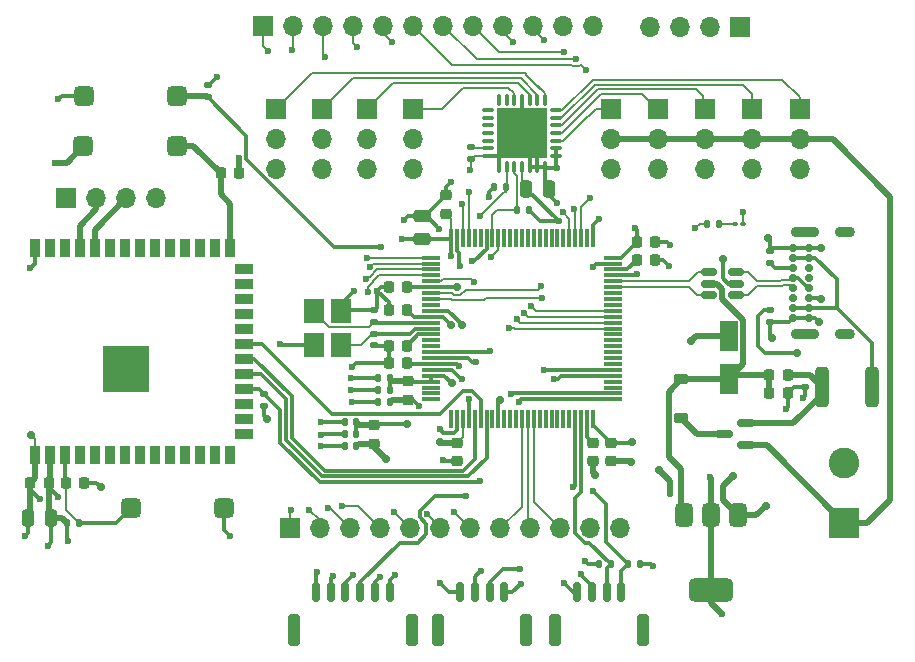
<source format=gtl>
G04 #@! TF.GenerationSoftware,KiCad,Pcbnew,8.0.4*
G04 #@! TF.CreationDate,2024-09-23T19:03:46-05:00*
G04 #@! TF.ProjectId,STM32_board,53544d33-325f-4626-9f61-72642e6b6963,rev?*
G04 #@! TF.SameCoordinates,Original*
G04 #@! TF.FileFunction,Copper,L1,Top*
G04 #@! TF.FilePolarity,Positive*
%FSLAX46Y46*%
G04 Gerber Fmt 4.6, Leading zero omitted, Abs format (unit mm)*
G04 Created by KiCad (PCBNEW 8.0.4) date 2024-09-23 19:03:46*
%MOMM*%
%LPD*%
G01*
G04 APERTURE LIST*
G04 Aperture macros list*
%AMRoundRect*
0 Rectangle with rounded corners*
0 $1 Rounding radius*
0 $2 $3 $4 $5 $6 $7 $8 $9 X,Y pos of 4 corners*
0 Add a 4 corners polygon primitive as box body*
4,1,4,$2,$3,$4,$5,$6,$7,$8,$9,$2,$3,0*
0 Add four circle primitives for the rounded corners*
1,1,$1+$1,$2,$3*
1,1,$1+$1,$4,$5*
1,1,$1+$1,$6,$7*
1,1,$1+$1,$8,$9*
0 Add four rect primitives between the rounded corners*
20,1,$1+$1,$2,$3,$4,$5,0*
20,1,$1+$1,$4,$5,$6,$7,0*
20,1,$1+$1,$6,$7,$8,$9,0*
20,1,$1+$1,$8,$9,$2,$3,0*%
G04 Aperture macros list end*
G04 #@! TA.AperFunction,SMDPad,CuDef*
%ADD10RoundRect,0.225000X0.225000X0.250000X-0.225000X0.250000X-0.225000X-0.250000X0.225000X-0.250000X0*%
G04 #@! TD*
G04 #@! TA.AperFunction,SMDPad,CuDef*
%ADD11RoundRect,0.140000X-0.170000X0.140000X-0.170000X-0.140000X0.170000X-0.140000X0.170000X0.140000X0*%
G04 #@! TD*
G04 #@! TA.AperFunction,SMDPad,CuDef*
%ADD12RoundRect,0.140000X-0.140000X-0.170000X0.140000X-0.170000X0.140000X0.170000X-0.140000X0.170000X0*%
G04 #@! TD*
G04 #@! TA.AperFunction,SMDPad,CuDef*
%ADD13RoundRect,0.425000X-0.425000X-0.425000X0.425000X-0.425000X0.425000X0.425000X-0.425000X0.425000X0*%
G04 #@! TD*
G04 #@! TA.AperFunction,SMDPad,CuDef*
%ADD14RoundRect,0.075000X0.437500X0.075000X-0.437500X0.075000X-0.437500X-0.075000X0.437500X-0.075000X0*%
G04 #@! TD*
G04 #@! TA.AperFunction,SMDPad,CuDef*
%ADD15RoundRect,0.075000X0.075000X0.437500X-0.075000X0.437500X-0.075000X-0.437500X0.075000X-0.437500X0*%
G04 #@! TD*
G04 #@! TA.AperFunction,HeatsinkPad*
%ADD16R,4.250000X4.250000*%
G04 #@! TD*
G04 #@! TA.AperFunction,SMDPad,CuDef*
%ADD17RoundRect,0.135000X-0.135000X-0.185000X0.135000X-0.185000X0.135000X0.185000X-0.135000X0.185000X0*%
G04 #@! TD*
G04 #@! TA.AperFunction,ComponentPad*
%ADD18R,1.700000X1.700000*%
G04 #@! TD*
G04 #@! TA.AperFunction,ComponentPad*
%ADD19O,1.700000X1.700000*%
G04 #@! TD*
G04 #@! TA.AperFunction,SMDPad,CuDef*
%ADD20RoundRect,0.218750X-0.218750X-0.256250X0.218750X-0.256250X0.218750X0.256250X-0.218750X0.256250X0*%
G04 #@! TD*
G04 #@! TA.AperFunction,SMDPad,CuDef*
%ADD21RoundRect,0.250000X0.250000X0.475000X-0.250000X0.475000X-0.250000X-0.475000X0.250000X-0.475000X0*%
G04 #@! TD*
G04 #@! TA.AperFunction,SMDPad,CuDef*
%ADD22RoundRect,0.225000X-0.250000X0.225000X-0.250000X-0.225000X0.250000X-0.225000X0.250000X0.225000X0*%
G04 #@! TD*
G04 #@! TA.AperFunction,SMDPad,CuDef*
%ADD23RoundRect,0.225000X-0.225000X-0.250000X0.225000X-0.250000X0.225000X0.250000X-0.225000X0.250000X0*%
G04 #@! TD*
G04 #@! TA.AperFunction,SMDPad,CuDef*
%ADD24RoundRect,0.150000X-0.150000X-0.700000X0.150000X-0.700000X0.150000X0.700000X-0.150000X0.700000X0*%
G04 #@! TD*
G04 #@! TA.AperFunction,SMDPad,CuDef*
%ADD25RoundRect,0.250000X-0.250000X-1.100000X0.250000X-1.100000X0.250000X1.100000X-0.250000X1.100000X0*%
G04 #@! TD*
G04 #@! TA.AperFunction,SMDPad,CuDef*
%ADD26RoundRect,0.150000X0.587500X0.150000X-0.587500X0.150000X-0.587500X-0.150000X0.587500X-0.150000X0*%
G04 #@! TD*
G04 #@! TA.AperFunction,SMDPad,CuDef*
%ADD27RoundRect,0.135000X0.135000X0.185000X-0.135000X0.185000X-0.135000X-0.185000X0.135000X-0.185000X0*%
G04 #@! TD*
G04 #@! TA.AperFunction,SMDPad,CuDef*
%ADD28R,1.800000X2.100000*%
G04 #@! TD*
G04 #@! TA.AperFunction,SMDPad,CuDef*
%ADD29RoundRect,0.140000X0.140000X0.170000X-0.140000X0.170000X-0.140000X-0.170000X0.140000X-0.170000X0*%
G04 #@! TD*
G04 #@! TA.AperFunction,SMDPad,CuDef*
%ADD30RoundRect,0.225000X-0.375000X0.225000X-0.375000X-0.225000X0.375000X-0.225000X0.375000X0.225000X0*%
G04 #@! TD*
G04 #@! TA.AperFunction,SMDPad,CuDef*
%ADD31RoundRect,0.135000X-0.185000X0.135000X-0.185000X-0.135000X0.185000X-0.135000X0.185000X0.135000X0*%
G04 #@! TD*
G04 #@! TA.AperFunction,SMDPad,CuDef*
%ADD32RoundRect,0.250000X-0.312500X-1.450000X0.312500X-1.450000X0.312500X1.450000X-0.312500X1.450000X0*%
G04 #@! TD*
G04 #@! TA.AperFunction,SMDPad,CuDef*
%ADD33RoundRect,0.150000X0.512500X0.150000X-0.512500X0.150000X-0.512500X-0.150000X0.512500X-0.150000X0*%
G04 #@! TD*
G04 #@! TA.AperFunction,SMDPad,CuDef*
%ADD34RoundRect,0.218750X-0.256250X0.218750X-0.256250X-0.218750X0.256250X-0.218750X0.256250X0.218750X0*%
G04 #@! TD*
G04 #@! TA.AperFunction,ComponentPad*
%ADD35R,2.600000X2.600000*%
G04 #@! TD*
G04 #@! TA.AperFunction,ComponentPad*
%ADD36C,2.600000*%
G04 #@! TD*
G04 #@! TA.AperFunction,SMDPad,CuDef*
%ADD37RoundRect,0.100000X0.130000X0.100000X-0.130000X0.100000X-0.130000X-0.100000X0.130000X-0.100000X0*%
G04 #@! TD*
G04 #@! TA.AperFunction,SMDPad,CuDef*
%ADD38RoundRect,0.425000X0.425000X0.425000X-0.425000X0.425000X-0.425000X-0.425000X0.425000X-0.425000X0*%
G04 #@! TD*
G04 #@! TA.AperFunction,SMDPad,CuDef*
%ADD39RoundRect,0.250000X0.550000X-1.050000X0.550000X1.050000X-0.550000X1.050000X-0.550000X-1.050000X0*%
G04 #@! TD*
G04 #@! TA.AperFunction,SMDPad,CuDef*
%ADD40RoundRect,0.140000X0.170000X-0.140000X0.170000X0.140000X-0.170000X0.140000X-0.170000X-0.140000X0*%
G04 #@! TD*
G04 #@! TA.AperFunction,SMDPad,CuDef*
%ADD41RoundRect,0.135000X0.185000X-0.135000X0.185000X0.135000X-0.185000X0.135000X-0.185000X-0.135000X0*%
G04 #@! TD*
G04 #@! TA.AperFunction,SMDPad,CuDef*
%ADD42RoundRect,0.075000X-0.725000X-0.075000X0.725000X-0.075000X0.725000X0.075000X-0.725000X0.075000X0*%
G04 #@! TD*
G04 #@! TA.AperFunction,SMDPad,CuDef*
%ADD43RoundRect,0.075000X-0.075000X-0.725000X0.075000X-0.725000X0.075000X0.725000X-0.075000X0.725000X0*%
G04 #@! TD*
G04 #@! TA.AperFunction,SMDPad,CuDef*
%ADD44RoundRect,0.250000X0.475000X-0.250000X0.475000X0.250000X-0.475000X0.250000X-0.475000X-0.250000X0*%
G04 #@! TD*
G04 #@! TA.AperFunction,SMDPad,CuDef*
%ADD45RoundRect,0.375000X-0.375000X0.625000X-0.375000X-0.625000X0.375000X-0.625000X0.375000X0.625000X0*%
G04 #@! TD*
G04 #@! TA.AperFunction,SMDPad,CuDef*
%ADD46RoundRect,0.500000X-1.400000X0.500000X-1.400000X-0.500000X1.400000X-0.500000X1.400000X0.500000X0*%
G04 #@! TD*
G04 #@! TA.AperFunction,SMDPad,CuDef*
%ADD47RoundRect,0.250000X-0.250000X-0.475000X0.250000X-0.475000X0.250000X0.475000X-0.250000X0.475000X0*%
G04 #@! TD*
G04 #@! TA.AperFunction,HeatsinkPad*
%ADD48C,0.600000*%
G04 #@! TD*
G04 #@! TA.AperFunction,SMDPad,CuDef*
%ADD49R,3.900000X3.900000*%
G04 #@! TD*
G04 #@! TA.AperFunction,SMDPad,CuDef*
%ADD50R,0.900000X1.500000*%
G04 #@! TD*
G04 #@! TA.AperFunction,SMDPad,CuDef*
%ADD51R,1.500000X0.900000*%
G04 #@! TD*
G04 #@! TA.AperFunction,SMDPad,CuDef*
%ADD52RoundRect,0.225000X0.250000X-0.225000X0.250000X0.225000X-0.250000X0.225000X-0.250000X-0.225000X0*%
G04 #@! TD*
G04 #@! TA.AperFunction,ComponentPad*
%ADD53O,2.400000X0.900000*%
G04 #@! TD*
G04 #@! TA.AperFunction,ComponentPad*
%ADD54O,1.700000X0.900000*%
G04 #@! TD*
G04 #@! TA.AperFunction,ComponentPad*
%ADD55C,0.700000*%
G04 #@! TD*
G04 #@! TA.AperFunction,ViaPad*
%ADD56C,0.600000*%
G04 #@! TD*
G04 #@! TA.AperFunction,ViaPad*
%ADD57C,0.700000*%
G04 #@! TD*
G04 #@! TA.AperFunction,Conductor*
%ADD58C,0.200000*%
G04 #@! TD*
G04 #@! TA.AperFunction,Conductor*
%ADD59C,0.300000*%
G04 #@! TD*
G04 #@! TA.AperFunction,Conductor*
%ADD60C,0.500000*%
G04 #@! TD*
G04 APERTURE END LIST*
D10*
X109435000Y-111600000D03*
X107885000Y-111600000D03*
D11*
X173500000Y-102520000D03*
X173500000Y-103480000D03*
D12*
X165520000Y-112500000D03*
X166480000Y-112500000D03*
D13*
X120325000Y-78850000D03*
X112425000Y-78850000D03*
D14*
X152337500Y-83950000D03*
X152337500Y-83300000D03*
X152337500Y-82650000D03*
X152337500Y-82000000D03*
X152337500Y-81350000D03*
X152337500Y-80700000D03*
X152337500Y-80050000D03*
D15*
X151450000Y-79162500D03*
X150800000Y-79162500D03*
X150150000Y-79162500D03*
X149500000Y-79162500D03*
X148850000Y-79162500D03*
X148200000Y-79162500D03*
X147550000Y-79162500D03*
D14*
X146662500Y-80050000D03*
X146662500Y-80700000D03*
X146662500Y-81350000D03*
X146662500Y-82000000D03*
X146662500Y-82650000D03*
X146662500Y-83300000D03*
X146662500Y-83950000D03*
D15*
X147550000Y-84837500D03*
X148200000Y-84837500D03*
X148850000Y-84837500D03*
X149500000Y-84837500D03*
X150150000Y-84837500D03*
X150800000Y-84837500D03*
X151450000Y-84837500D03*
D16*
X149500000Y-82000000D03*
D17*
X147152500Y-86550000D03*
X148172500Y-86550000D03*
D18*
X128700000Y-79975000D03*
D19*
X128700000Y-82515000D03*
X128700000Y-85055000D03*
D20*
X170437500Y-102500000D03*
X172012500Y-102500000D03*
D21*
X109610000Y-114600000D03*
X107710000Y-114600000D03*
D22*
X155500000Y-108225000D03*
X155500000Y-109775000D03*
D10*
X139775000Y-97000000D03*
X138225000Y-97000000D03*
D23*
X123975000Y-85425000D03*
X125525000Y-85425000D03*
D18*
X161000000Y-80000000D03*
D19*
X161000000Y-82540000D03*
X161000000Y-85080000D03*
D24*
X132050000Y-120900000D03*
X133300000Y-120900000D03*
X134550000Y-120900000D03*
X135800000Y-120900000D03*
X137050000Y-120900000D03*
X138300000Y-120900000D03*
D25*
X130200000Y-124100000D03*
X140150000Y-124100000D03*
D26*
X168437500Y-108450000D03*
X168437500Y-106550000D03*
X166562500Y-107500000D03*
D18*
X127585000Y-72900000D03*
D19*
X130125000Y-72900000D03*
X132665000Y-72900000D03*
X135205000Y-72900000D03*
X137745000Y-72900000D03*
X140285000Y-72900000D03*
X142825000Y-72900000D03*
X145365000Y-72900000D03*
X147905000Y-72900000D03*
X150445000Y-72900000D03*
X152985000Y-72900000D03*
X155525000Y-72900000D03*
D27*
X159510000Y-118500000D03*
X158490000Y-118500000D03*
D28*
X131850000Y-97050000D03*
X131850000Y-99950000D03*
X134150000Y-99950000D03*
X134150000Y-97050000D03*
D29*
X138305000Y-103775000D03*
X137345000Y-103775000D03*
D10*
X139775000Y-101500000D03*
X138225000Y-101500000D03*
D11*
X137000000Y-99020000D03*
X137000000Y-99980000D03*
D29*
X138311250Y-102781250D03*
X137351250Y-102781250D03*
D18*
X129890000Y-115475000D03*
D19*
X132430000Y-115475000D03*
X134970000Y-115475000D03*
X137510000Y-115475000D03*
X140050000Y-115475000D03*
X142590000Y-115475000D03*
X145130000Y-115475000D03*
X147670000Y-115475000D03*
X150210000Y-115475000D03*
X152750000Y-115475000D03*
X155290000Y-115475000D03*
X157830000Y-115475000D03*
D30*
X163000000Y-102850000D03*
X163000000Y-106150000D03*
D17*
X165190000Y-89675000D03*
X166210000Y-89675000D03*
D18*
X110920000Y-87500000D03*
D19*
X113460000Y-87500000D03*
X116000000Y-87500000D03*
X118540000Y-87500000D03*
D31*
X170500000Y-91990000D03*
X170500000Y-93010000D03*
D32*
X174862500Y-103500000D03*
X179137500Y-103500000D03*
D31*
X122900000Y-77965000D03*
X122900000Y-78985000D03*
D18*
X165000000Y-80000000D03*
D19*
X165000000Y-82540000D03*
X165000000Y-85080000D03*
D29*
X135480000Y-106500000D03*
X134520000Y-106500000D03*
D33*
X167637500Y-95700000D03*
X167637500Y-94750000D03*
X167637500Y-93800000D03*
X165362500Y-93800000D03*
X165362500Y-94750000D03*
X165362500Y-95700000D03*
D29*
X162980000Y-112500000D03*
X162020000Y-112500000D03*
D34*
X139831250Y-102993750D03*
X139831250Y-104568750D03*
D10*
X139775000Y-95000000D03*
X138225000Y-95000000D03*
D18*
X140275000Y-79970000D03*
D19*
X140275000Y-82510000D03*
X140275000Y-85050000D03*
D35*
X176805000Y-115000000D03*
D36*
X176805000Y-109920000D03*
D29*
X138311250Y-104781250D03*
X137351250Y-104781250D03*
D22*
X144000000Y-108225000D03*
X144000000Y-109775000D03*
D23*
X170450000Y-104000000D03*
X172000000Y-104000000D03*
D37*
X168200000Y-89675000D03*
X167560000Y-89675000D03*
D38*
X124300000Y-113725000D03*
X116400000Y-113725000D03*
D22*
X157000000Y-108225000D03*
X157000000Y-109775000D03*
D39*
X167000000Y-102800000D03*
X167000000Y-99200000D03*
D23*
X159225000Y-92725000D03*
X160775000Y-92725000D03*
D27*
X149115000Y-88550000D03*
X150135000Y-88550000D03*
D24*
X144250000Y-120900000D03*
X145500000Y-120900000D03*
X146750000Y-120900000D03*
X148000000Y-120900000D03*
D25*
X142400000Y-124100000D03*
X149850000Y-124100000D03*
D40*
X137000000Y-97980000D03*
X137000000Y-97020000D03*
D18*
X132550000Y-79970000D03*
D19*
X132550000Y-82510000D03*
X132550000Y-85050000D03*
D41*
X127660000Y-105110000D03*
X127660000Y-104090000D03*
D34*
X137000000Y-106712500D03*
X137000000Y-108287500D03*
D10*
X112435000Y-111600000D03*
X110885000Y-111600000D03*
D23*
X159225000Y-91225000D03*
X160775000Y-91225000D03*
D17*
X155990000Y-118500000D03*
X157010000Y-118500000D03*
D42*
X141825000Y-92550000D03*
X141825000Y-93050000D03*
X141825000Y-93550000D03*
X141825000Y-94050000D03*
X141825000Y-94550000D03*
X141825000Y-95050000D03*
X141825000Y-95550000D03*
X141825000Y-96050000D03*
X141825000Y-96550000D03*
X141825000Y-97050000D03*
X141825000Y-97550000D03*
X141825000Y-98050000D03*
X141825000Y-98550000D03*
X141825000Y-99050000D03*
X141825000Y-99550000D03*
X141825000Y-100050000D03*
X141825000Y-100550000D03*
X141825000Y-101050000D03*
X141825000Y-101550000D03*
X141825000Y-102050000D03*
X141825000Y-102550000D03*
X141825000Y-103050000D03*
X141825000Y-103550000D03*
X141825000Y-104050000D03*
X141825000Y-104550000D03*
D43*
X143500000Y-106225000D03*
X144000000Y-106225000D03*
X144500000Y-106225000D03*
X145000000Y-106225000D03*
X145500000Y-106225000D03*
X146000000Y-106225000D03*
X146500000Y-106225000D03*
X147000000Y-106225000D03*
X147500000Y-106225000D03*
X148000000Y-106225000D03*
X148500000Y-106225000D03*
X149000000Y-106225000D03*
X149500000Y-106225000D03*
X150000000Y-106225000D03*
X150500000Y-106225000D03*
X151000000Y-106225000D03*
X151500000Y-106225000D03*
X152000000Y-106225000D03*
X152500000Y-106225000D03*
X153000000Y-106225000D03*
X153500000Y-106225000D03*
X154000000Y-106225000D03*
X154500000Y-106225000D03*
X155000000Y-106225000D03*
X155500000Y-106225000D03*
D42*
X157175000Y-104550000D03*
X157175000Y-104050000D03*
X157175000Y-103550000D03*
X157175000Y-103050000D03*
X157175000Y-102550000D03*
X157175000Y-102050000D03*
X157175000Y-101550000D03*
X157175000Y-101050000D03*
X157175000Y-100550000D03*
X157175000Y-100050000D03*
X157175000Y-99550000D03*
X157175000Y-99050000D03*
X157175000Y-98550000D03*
X157175000Y-98050000D03*
X157175000Y-97550000D03*
X157175000Y-97050000D03*
X157175000Y-96550000D03*
X157175000Y-96050000D03*
X157175000Y-95550000D03*
X157175000Y-95050000D03*
X157175000Y-94550000D03*
X157175000Y-94050000D03*
X157175000Y-93550000D03*
X157175000Y-93050000D03*
X157175000Y-92550000D03*
D43*
X155500000Y-90875000D03*
X155000000Y-90875000D03*
X154500000Y-90875000D03*
X154000000Y-90875000D03*
X153500000Y-90875000D03*
X153000000Y-90875000D03*
X152500000Y-90875000D03*
X152000000Y-90875000D03*
X151500000Y-90875000D03*
X151000000Y-90875000D03*
X150500000Y-90875000D03*
X150000000Y-90875000D03*
X149500000Y-90875000D03*
X149000000Y-90875000D03*
X148500000Y-90875000D03*
X148000000Y-90875000D03*
X147500000Y-90875000D03*
X147000000Y-90875000D03*
X146500000Y-90875000D03*
X146000000Y-90875000D03*
X145500000Y-90875000D03*
X145000000Y-90875000D03*
X144500000Y-90875000D03*
X144000000Y-90875000D03*
X143500000Y-90875000D03*
D44*
X141050000Y-90950000D03*
X141050000Y-89050000D03*
D41*
X170500000Y-98010000D03*
X170500000Y-96990000D03*
D45*
X167800000Y-114350000D03*
X165500000Y-114350000D03*
D46*
X165500000Y-120650000D03*
D45*
X163200000Y-114350000D03*
D18*
X169000000Y-79975000D03*
D19*
X169000000Y-82515000D03*
X169000000Y-85055000D03*
D10*
X139775000Y-100000000D03*
X138225000Y-100000000D03*
D18*
X136400000Y-79970000D03*
D19*
X136400000Y-82510000D03*
X136400000Y-85050000D03*
D18*
X168000000Y-73000000D03*
D19*
X165460000Y-73000000D03*
X162920000Y-73000000D03*
X160380000Y-73000000D03*
D47*
X149875000Y-86700000D03*
X151775000Y-86700000D03*
D48*
X116660000Y-100600000D03*
X115260000Y-100600000D03*
X117360000Y-101300000D03*
X115960000Y-101300000D03*
X114560000Y-101300000D03*
X116660000Y-102000000D03*
D49*
X115960000Y-102000000D03*
D48*
X115260000Y-102000000D03*
X117360000Y-102700000D03*
X115960000Y-102700000D03*
X114560000Y-102700000D03*
X116660000Y-103400000D03*
X115260000Y-103400000D03*
D50*
X108240000Y-91750000D03*
X109510000Y-91750000D03*
X110780000Y-91750000D03*
X112050000Y-91750000D03*
X113320000Y-91750000D03*
X114590000Y-91750000D03*
X115860000Y-91750000D03*
X117130000Y-91750000D03*
X118400000Y-91750000D03*
X119670000Y-91750000D03*
X120940000Y-91750000D03*
X122210000Y-91750000D03*
X123480000Y-91750000D03*
X124750000Y-91750000D03*
D51*
X126000000Y-93515000D03*
X126000000Y-94785000D03*
X126000000Y-96055000D03*
X126000000Y-97325000D03*
X126000000Y-98595000D03*
X126000000Y-99865000D03*
X126000000Y-101135000D03*
X126000000Y-102405000D03*
X126000000Y-103675000D03*
X126000000Y-104945000D03*
X126000000Y-106215000D03*
X126000000Y-107485000D03*
D50*
X124750000Y-109250000D03*
X123480000Y-109250000D03*
X122210000Y-109250000D03*
X120940000Y-109250000D03*
X119670000Y-109250000D03*
X118400000Y-109250000D03*
X117130000Y-109250000D03*
X115860000Y-109250000D03*
X114590000Y-109250000D03*
X113320000Y-109250000D03*
X112050000Y-109250000D03*
X110780000Y-109250000D03*
X109510000Y-109250000D03*
X108240000Y-109250000D03*
D17*
X110990000Y-115000000D03*
X112010000Y-115000000D03*
D13*
X120250000Y-83125000D03*
X112350000Y-83125000D03*
D24*
X154175000Y-120900000D03*
X155425000Y-120900000D03*
X156675000Y-120900000D03*
X157925000Y-120900000D03*
D25*
X152325000Y-124100000D03*
X159775000Y-124100000D03*
D52*
X143075000Y-88825000D03*
X143075000Y-87275000D03*
D18*
X157000000Y-79975000D03*
D19*
X157000000Y-82515000D03*
X157000000Y-85055000D03*
D18*
X173000000Y-79975000D03*
D19*
X173000000Y-82515000D03*
X173000000Y-85055000D03*
D29*
X135480000Y-108500000D03*
X134520000Y-108500000D03*
D31*
X145200000Y-83190000D03*
X145200000Y-84210000D03*
D29*
X134495000Y-107500000D03*
X135455000Y-107500000D03*
D53*
X173455000Y-99000000D03*
D54*
X176835000Y-99000000D03*
D53*
X173455000Y-90350000D03*
D54*
X176835000Y-90350000D03*
D55*
X173825000Y-91700000D03*
X173825000Y-92550000D03*
X173825000Y-93400000D03*
X173825000Y-94250000D03*
X173825000Y-95100000D03*
X173825000Y-95950000D03*
X173825000Y-96800000D03*
X173825000Y-97650000D03*
X172475000Y-97650000D03*
X172475000Y-96800000D03*
X172475000Y-95950000D03*
X172475000Y-95100000D03*
X172475000Y-94250000D03*
X172475000Y-93400000D03*
X172475000Y-92550000D03*
X172475000Y-91700000D03*
D56*
X168200000Y-88700000D03*
X164175000Y-90075000D03*
X142500000Y-90125000D03*
X144275000Y-93275000D03*
X142575000Y-107100000D03*
X142800000Y-109725000D03*
X173275000Y-104450000D03*
X171850000Y-105325000D03*
X135075000Y-101850000D03*
X140768154Y-105094816D03*
X144450000Y-102850000D03*
X144125000Y-101700000D03*
X135075000Y-104750000D03*
X135050000Y-103750000D03*
X135050000Y-102775000D03*
X132475000Y-108500000D03*
X132475000Y-107525000D03*
X132450000Y-106475000D03*
X129050000Y-99825000D03*
X135250000Y-95400000D03*
X137247969Y-95341954D03*
X123700000Y-77225000D03*
X160575000Y-118650000D03*
X154825000Y-118225000D03*
X154500000Y-119350000D03*
X153025000Y-120075000D03*
X149375000Y-120200000D03*
X142575000Y-120125000D03*
X152200000Y-102825000D03*
X149363148Y-118938148D03*
X151400000Y-102075000D03*
X146025000Y-119050000D03*
X153850000Y-112005761D03*
X155550000Y-112325000D03*
X149225000Y-104750000D03*
X148575000Y-104100000D03*
X137500000Y-119550000D03*
X135175000Y-119450000D03*
X145600000Y-101350000D03*
X144775000Y-112700000D03*
X146775000Y-100475000D03*
X132175000Y-119125000D03*
X107875000Y-93450000D03*
X110225000Y-79150000D03*
X138725000Y-119400000D03*
X133500000Y-119475000D03*
X152425000Y-84950000D03*
X152425000Y-87925000D03*
X155550000Y-93300000D03*
X159250000Y-93950000D03*
X156025000Y-89300000D03*
X162000000Y-91450000D03*
X161975000Y-93275000D03*
X159075000Y-90050000D03*
X145025000Y-104525000D03*
X145950000Y-111500000D03*
X108685000Y-113000000D03*
X107450000Y-116100000D03*
X110225000Y-112800000D03*
X111050000Y-116500000D03*
X109350000Y-116925000D03*
X124775000Y-116125000D03*
X145300000Y-92875000D03*
X137550000Y-91675000D03*
X110000000Y-84500000D03*
X125525000Y-84100000D03*
X165400000Y-111150000D03*
X166475000Y-122725000D03*
X143500000Y-86150000D03*
X139525000Y-89400000D03*
X139325000Y-90975000D03*
X143500000Y-92400000D03*
X146700000Y-87375000D03*
X152600000Y-89475000D03*
X146850000Y-92525000D03*
X145913235Y-89061765D03*
X145125000Y-85125000D03*
X151150000Y-94975000D03*
X151225000Y-95950000D03*
X151325000Y-74100000D03*
X148750000Y-74275000D03*
X152950000Y-88725000D03*
X153075000Y-75100000D03*
X153900000Y-88450000D03*
X154075000Y-75750000D03*
X155250000Y-87525000D03*
X154925000Y-76625000D03*
X150275000Y-96661535D03*
X138525000Y-74325000D03*
X135550000Y-74700000D03*
X149675000Y-97235583D03*
X132850000Y-75525000D03*
X149075000Y-97775000D03*
X130050000Y-75000000D03*
X148375000Y-98475000D03*
X127975000Y-75025000D03*
X145425000Y-94650000D03*
X143775000Y-114075000D03*
X136450000Y-95425000D03*
X141475000Y-114250000D03*
X138625000Y-114050000D03*
X136324265Y-94324265D03*
X136602983Y-93308949D03*
X134275000Y-113550000D03*
X136350000Y-92550000D03*
X133075000Y-113775000D03*
X144400000Y-87975000D03*
X131500000Y-113875000D03*
X145050000Y-87025000D03*
X129950000Y-113900000D03*
D57*
X137975000Y-109575000D03*
X142550000Y-108200000D03*
X158775000Y-108200000D03*
X144000000Y-95050000D03*
X127950000Y-106225000D03*
X143500000Y-98275000D03*
X170700000Y-99375000D03*
X170125000Y-113575000D03*
X170300000Y-90925000D03*
X167325000Y-111050000D03*
X155650000Y-110975000D03*
X174825000Y-91700000D03*
X174675000Y-97975000D03*
X107950000Y-107600000D03*
X144425000Y-98250000D03*
X166500000Y-92650000D03*
X158750000Y-109825000D03*
X161100000Y-110500000D03*
X113825000Y-111950000D03*
X163825000Y-99600000D03*
X143575000Y-103200000D03*
X139750000Y-106675000D03*
X172750000Y-100600000D03*
X174850000Y-96050000D03*
X147600000Y-104575000D03*
D58*
X168200000Y-89675000D02*
X168200000Y-88700000D01*
X166210000Y-89675000D02*
X167560000Y-89675000D01*
X164575000Y-89675000D02*
X164175000Y-90075000D01*
X165190000Y-89675000D02*
X164575000Y-89675000D01*
X149937499Y-77137501D02*
X150799999Y-78000001D01*
X149749999Y-76950000D02*
X149937499Y-77137501D01*
X149937499Y-77137501D02*
X151450000Y-78650002D01*
X151450000Y-78650002D02*
X151450000Y-79162500D01*
X128700000Y-79975000D02*
X131725000Y-76950000D01*
X131725000Y-76950000D02*
X143100000Y-76950000D01*
X150799999Y-78000001D02*
X150862499Y-78062501D01*
X150799999Y-78000001D02*
X151450000Y-78650002D01*
X150862499Y-78062501D02*
X151074999Y-78275001D01*
D59*
X141825000Y-102550000D02*
X141825000Y-103050000D01*
X141425000Y-89050000D02*
X142500000Y-90125000D01*
X141050000Y-89050000D02*
X141425000Y-89050000D01*
X141050000Y-89050000D02*
X141300000Y-89050000D01*
X141300000Y-89050000D02*
X143075000Y-87275000D01*
X144150000Y-93150000D02*
X144275000Y-93275000D01*
X144150000Y-92725000D02*
X144150000Y-93150000D01*
X144150000Y-92130761D02*
X144150000Y-92725000D01*
X144000000Y-91980761D02*
X144150000Y-92130761D01*
X144000000Y-90875000D02*
X144000000Y-91980761D01*
X144000000Y-106225000D02*
X144000000Y-107128120D01*
X142850000Y-107375000D02*
X142575000Y-107100000D01*
X143753120Y-107375000D02*
X142850000Y-107375000D01*
X144000000Y-107128120D02*
X143753120Y-107375000D01*
X142850000Y-109775000D02*
X142800000Y-109725000D01*
X144000000Y-109775000D02*
X142850000Y-109775000D01*
X149500000Y-79162500D02*
X149500000Y-82000000D01*
X173500000Y-104225000D02*
X173275000Y-104450000D01*
X173500000Y-103480000D02*
X173500000Y-104225000D01*
X172000000Y-105175000D02*
X171850000Y-105325000D01*
X172000000Y-104000000D02*
X172000000Y-105175000D01*
X173500000Y-103480000D02*
X172520000Y-103480000D01*
X172520000Y-103480000D02*
X172000000Y-104000000D01*
X149875000Y-86700000D02*
X152600000Y-89425000D01*
X152600000Y-89425000D02*
X152600000Y-89475000D01*
X151060000Y-89475000D02*
X150135000Y-88550000D01*
X152600000Y-89475000D02*
X151060000Y-89475000D01*
X139325000Y-90975000D02*
X141025000Y-90975000D01*
X141025000Y-90975000D02*
X141050000Y-90950000D01*
D60*
X137975000Y-109575000D02*
X137000000Y-108600000D01*
X137000000Y-108600000D02*
X137000000Y-108287500D01*
D59*
X138225000Y-100000000D02*
X138225000Y-101500000D01*
X138225000Y-100000000D02*
X137020000Y-100000000D01*
X137020000Y-100000000D02*
X137000000Y-99980000D01*
X135425000Y-101500000D02*
X135075000Y-101850000D01*
X138225000Y-101500000D02*
X135425000Y-101500000D01*
X139775000Y-101500000D02*
X139825000Y-101550000D01*
X139825000Y-101550000D02*
X141825000Y-101550000D01*
X140242088Y-104568750D02*
X140768154Y-105094816D01*
X139831250Y-104568750D02*
X140242088Y-104568750D01*
X126000000Y-99865000D02*
X127497500Y-99865000D01*
X127497500Y-99865000D02*
X133382500Y-105750000D01*
X133382500Y-105750000D02*
X142571880Y-105750000D01*
X142571880Y-105750000D02*
X144471880Y-103850000D01*
X144471880Y-103850000D02*
X145269239Y-103850000D01*
X145269239Y-103850000D02*
X146000000Y-104580761D01*
X146000000Y-104580761D02*
X146000000Y-106225000D01*
X144355761Y-102850000D02*
X144450000Y-102850000D01*
X143555761Y-102050000D02*
X144355761Y-102850000D01*
X141825000Y-102050000D02*
X143555761Y-102050000D01*
X143975000Y-101550000D02*
X144125000Y-101700000D01*
X141825000Y-101550000D02*
X143975000Y-101550000D01*
X135106250Y-104781250D02*
X135075000Y-104750000D01*
X137351250Y-104781250D02*
X135106250Y-104781250D01*
X135075000Y-103775000D02*
X135050000Y-103750000D01*
X137345000Y-103775000D02*
X135075000Y-103775000D01*
X135056250Y-102781250D02*
X135050000Y-102775000D01*
X137351250Y-102781250D02*
X135056250Y-102781250D01*
X138311250Y-102781250D02*
X138311250Y-103768750D01*
X138311250Y-103768750D02*
X138305000Y-103775000D01*
X134520000Y-108500000D02*
X132475000Y-108500000D01*
X132500000Y-107500000D02*
X132475000Y-107525000D01*
X134495000Y-107500000D02*
X132500000Y-107500000D01*
X132475000Y-106500000D02*
X132450000Y-106475000D01*
X134520000Y-106500000D02*
X132475000Y-106500000D01*
X135480000Y-106500000D02*
X135480000Y-107475000D01*
X135480000Y-107475000D02*
X135455000Y-107500000D01*
X129175000Y-99950000D02*
X129050000Y-99825000D01*
X131850000Y-99950000D02*
X129175000Y-99950000D01*
X135250000Y-95400000D02*
X134150000Y-96500000D01*
X134150000Y-96500000D02*
X134150000Y-97050000D01*
X137000000Y-97020000D02*
X134180000Y-97020000D01*
X134180000Y-97020000D02*
X134150000Y-97050000D01*
X137000000Y-97020000D02*
X137247969Y-96772031D01*
X137247969Y-96772031D02*
X137247969Y-95341954D01*
X138225000Y-97000000D02*
X138225000Y-96318985D01*
X138225000Y-96318985D02*
X137247969Y-95341954D01*
X137589923Y-95000000D02*
X137247969Y-95341954D01*
X138225000Y-95000000D02*
X137589923Y-95000000D01*
D58*
X136572794Y-94924265D02*
X136924265Y-94572794D01*
X136450000Y-95425000D02*
X136450000Y-95025000D01*
X136450000Y-95025000D02*
X136550735Y-94924265D01*
X136924265Y-94550735D02*
X137425000Y-94050000D01*
X136924265Y-94572794D02*
X136924265Y-94550735D01*
X137425000Y-94050000D02*
X141825000Y-94050000D01*
X136550735Y-94924265D02*
X136572794Y-94924265D01*
D59*
X122960000Y-77965000D02*
X123700000Y-77225000D01*
X122900000Y-77965000D02*
X122960000Y-77965000D01*
X172475000Y-94250000D02*
X172835050Y-94250000D01*
X172835050Y-94250000D02*
X173685050Y-95100000D01*
X173685050Y-95100000D02*
X173825000Y-95100000D01*
X173825000Y-92550000D02*
X174319974Y-92550000D01*
X176166371Y-94396397D02*
X176166371Y-96800000D01*
X174319974Y-92550000D02*
X176166371Y-94396397D01*
X172475000Y-92550000D02*
X173825000Y-92550000D01*
X160425000Y-118500000D02*
X160575000Y-118650000D01*
X159510000Y-118500000D02*
X160425000Y-118500000D01*
X155100000Y-118500000D02*
X154825000Y-118225000D01*
X155990000Y-118500000D02*
X155100000Y-118500000D01*
X154500000Y-119425000D02*
X154500000Y-119350000D01*
X155425000Y-120350000D02*
X154625000Y-119550000D01*
X154625000Y-119550000D02*
X154500000Y-119425000D01*
X155425000Y-120900000D02*
X155425000Y-120350000D01*
X153850000Y-120900000D02*
X153025000Y-120075000D01*
X154175000Y-120900000D02*
X153850000Y-120900000D01*
X148675000Y-120900000D02*
X149375000Y-120200000D01*
X148000000Y-120900000D02*
X148675000Y-120900000D01*
X143350000Y-120900000D02*
X142575000Y-120125000D01*
X144250000Y-120900000D02*
X143350000Y-120900000D01*
X146750000Y-120050001D02*
X147861853Y-118938148D01*
X146750000Y-120900000D02*
X146750000Y-120050001D01*
X147861853Y-118938148D02*
X149363148Y-118938148D01*
X152200000Y-102825000D02*
X152550000Y-102825000D01*
X152550000Y-102825000D02*
X152825000Y-102550000D01*
X152825000Y-102550000D02*
X157175000Y-102550000D01*
X145975000Y-119075000D02*
X146000000Y-119050000D01*
X146000000Y-119050000D02*
X146025000Y-119050000D01*
X151425000Y-102050000D02*
X157175000Y-102050000D01*
X151400000Y-102075000D02*
X151425000Y-102050000D01*
X145500000Y-119550000D02*
X145975000Y-119075000D01*
X145500000Y-120900000D02*
X145500000Y-119550000D01*
X158490000Y-118500000D02*
X156630000Y-116640000D01*
X156630000Y-116640000D02*
X156630000Y-113405000D01*
X156630000Y-113405000D02*
X155550000Y-112325000D01*
X154000000Y-111855761D02*
X154000000Y-106225000D01*
X153850000Y-112005761D02*
X154000000Y-111855761D01*
X157010000Y-118500000D02*
X155185000Y-116675000D01*
X155185000Y-116675000D02*
X154792943Y-116675000D01*
X154792943Y-116675000D02*
X154000000Y-115882057D01*
X154000000Y-115882057D02*
X154000000Y-112880761D01*
X154000000Y-112880761D02*
X154500000Y-112380761D01*
X154500000Y-112380761D02*
X154500000Y-106225000D01*
X157925000Y-120900000D02*
X157925000Y-119065000D01*
X157925000Y-119065000D02*
X158490000Y-118500000D01*
X156675000Y-120900000D02*
X156675000Y-118835000D01*
X156675000Y-118835000D02*
X157010000Y-118500000D01*
X149225000Y-104750000D02*
X149425000Y-104550000D01*
X149425000Y-104550000D02*
X157175000Y-104550000D01*
X148575000Y-104100000D02*
X148625000Y-104050000D01*
X148625000Y-104050000D02*
X157175000Y-104050000D01*
X137050000Y-120000000D02*
X137500000Y-119550000D01*
X137050000Y-120900000D02*
X137050000Y-120000000D01*
X134550000Y-120900000D02*
X134550000Y-120075000D01*
X134550000Y-120075000D02*
X135175000Y-119450000D01*
X135800000Y-120900000D02*
X135800000Y-120050001D01*
X140825000Y-113980761D02*
X142105761Y-112700000D01*
X140825000Y-114519239D02*
X140825000Y-113980761D01*
X139175001Y-116675000D02*
X140687057Y-116675000D01*
X145600000Y-101350000D02*
X145250000Y-101350000D01*
X140687057Y-116675000D02*
X141390000Y-115972057D01*
X142105761Y-112700000D02*
X144775000Y-112700000D01*
X141390000Y-115972057D02*
X141390000Y-115084239D01*
X135800000Y-120050001D02*
X139175001Y-116675000D01*
X141390000Y-115084239D02*
X140825000Y-114519239D01*
X145250000Y-101350000D02*
X144950000Y-101050000D01*
X144950000Y-101050000D02*
X141825000Y-101050000D01*
X132050000Y-119250000D02*
X132175000Y-119125000D01*
X132050000Y-120900000D02*
X132050000Y-119250000D01*
X146775000Y-100475000D02*
X146700000Y-100550000D01*
X146700000Y-100550000D02*
X141825000Y-100550000D01*
X108240000Y-93085000D02*
X107875000Y-93450000D01*
X108240000Y-91750000D02*
X108240000Y-93085000D01*
X110525000Y-78850000D02*
X110225000Y-79150000D01*
X112425000Y-78850000D02*
X110525000Y-78850000D01*
X138300000Y-119825000D02*
X138725000Y-119400000D01*
X138300000Y-120900000D02*
X138300000Y-119825000D01*
X133300000Y-119675000D02*
X133500000Y-119475000D01*
X133300000Y-120900000D02*
X133300000Y-119675000D01*
X146662500Y-83950000D02*
X147550000Y-83950000D01*
X147550000Y-83950000D02*
X149500000Y-82000000D01*
X147550000Y-84837500D02*
X147550000Y-83950000D01*
X150800000Y-84837500D02*
X150800000Y-83300000D01*
X150800000Y-83300000D02*
X149500000Y-82000000D01*
X150150000Y-84837500D02*
X150150000Y-82650000D01*
X150150000Y-82650000D02*
X149500000Y-82000000D01*
X152337500Y-83300000D02*
X152337500Y-83950000D01*
X152425000Y-84950000D02*
X151562500Y-84950000D01*
X151562500Y-84950000D02*
X151450000Y-84837500D01*
X152337500Y-84862500D02*
X152425000Y-84950000D01*
X152337500Y-83950000D02*
X152337500Y-84862500D01*
X150150000Y-84837500D02*
X150800000Y-84837500D01*
X150800000Y-84837500D02*
X151450000Y-84837500D01*
X151775000Y-87275000D02*
X152425000Y-87925000D01*
X151775000Y-86700000D02*
X151775000Y-87275000D01*
X151450000Y-84837500D02*
X151450000Y-86375000D01*
X151450000Y-86375000D02*
X151775000Y-86700000D01*
X155800000Y-93050000D02*
X155550000Y-93300000D01*
X157175000Y-93050000D02*
X155800000Y-93050000D01*
X159150000Y-94050000D02*
X159250000Y-93950000D01*
X157175000Y-94050000D02*
X159150000Y-94050000D01*
X155500000Y-89825000D02*
X156025000Y-89300000D01*
X155500000Y-90875000D02*
X155500000Y-89825000D01*
X161775000Y-91225000D02*
X162000000Y-91450000D01*
X160775000Y-91225000D02*
X161775000Y-91225000D01*
X161425000Y-92725000D02*
X161975000Y-93275000D01*
X160775000Y-92725000D02*
X161425000Y-92725000D01*
X159225000Y-90200000D02*
X159075000Y-90050000D01*
X159225000Y-91225000D02*
X159225000Y-90200000D01*
X157175000Y-92550000D02*
X157900000Y-92550000D01*
X157900000Y-92550000D02*
X159225000Y-91225000D01*
X159225000Y-92725000D02*
X158400000Y-93550000D01*
X158400000Y-93550000D02*
X157175000Y-93550000D01*
X127660000Y-104090000D02*
X129000000Y-105430000D01*
X129000000Y-105430000D02*
X129000000Y-108207107D01*
X129000000Y-108207107D02*
X132367893Y-111575000D01*
X132367893Y-111575000D02*
X145875000Y-111575000D01*
X145025000Y-104525000D02*
X145000000Y-104550000D01*
X145875000Y-111575000D02*
X145950000Y-111500000D01*
X145000000Y-104550000D02*
X145000000Y-106225000D01*
X107885000Y-112200000D02*
X108685000Y-113000000D01*
X107885000Y-111600000D02*
X107885000Y-112200000D01*
X107710000Y-115840000D02*
X107450000Y-116100000D01*
X107710000Y-114600000D02*
X107710000Y-115840000D01*
X109435000Y-112010000D02*
X110225000Y-112800000D01*
X109435000Y-111600000D02*
X109435000Y-112010000D01*
X110990000Y-116440000D02*
X111050000Y-116500000D01*
X110990000Y-115000000D02*
X110990000Y-116440000D01*
X109610000Y-116665000D02*
X109350000Y-116925000D01*
X109610000Y-114600000D02*
X109610000Y-116665000D01*
X124300000Y-115650000D02*
X124775000Y-116125000D01*
X124300000Y-113725000D02*
X124300000Y-115650000D01*
X112010000Y-115000000D02*
X115125000Y-115000000D01*
X115125000Y-115000000D02*
X116400000Y-113725000D01*
X133622943Y-91675000D02*
X137550000Y-91675000D01*
X122900000Y-78985000D02*
X126175000Y-82260000D01*
X146500000Y-91778120D02*
X146500000Y-90875000D01*
X126175000Y-84227057D02*
X133622943Y-91675000D01*
X126175000Y-82260000D02*
X126175000Y-84227057D01*
X145300000Y-92875000D02*
X145450000Y-92725000D01*
X145450000Y-92725000D02*
X145553120Y-92725000D01*
X145553120Y-92725000D02*
X146500000Y-91778120D01*
X146700000Y-87375000D02*
X146700000Y-87002500D01*
X146700000Y-87002500D02*
X147152500Y-86550000D01*
D60*
X120325000Y-78850000D02*
X122765000Y-78850000D01*
X122765000Y-78850000D02*
X122900000Y-78985000D01*
X120250000Y-83125000D02*
X121675000Y-83125000D01*
X121675000Y-83125000D02*
X123975000Y-85425000D01*
X110000000Y-84500000D02*
X110975000Y-84500000D01*
X110975000Y-84500000D02*
X112350000Y-83125000D01*
X125525000Y-85425000D02*
X125525000Y-84100000D01*
X124750000Y-91750000D02*
X124750000Y-87975000D01*
X124750000Y-87975000D02*
X123975000Y-87200000D01*
X123975000Y-87200000D02*
X123975000Y-85425000D01*
X165520000Y-111270000D02*
X165400000Y-111150000D01*
X165520000Y-112500000D02*
X165520000Y-111270000D01*
X165500000Y-121750000D02*
X166475000Y-122725000D01*
X165500000Y-120650000D02*
X165500000Y-121750000D01*
D59*
X143500000Y-86150000D02*
X143075000Y-86575000D01*
X143075000Y-86575000D02*
X143075000Y-87275000D01*
X139875000Y-89050000D02*
X139525000Y-89400000D01*
X141050000Y-89050000D02*
X139875000Y-89050000D01*
X141050000Y-90950000D02*
X143425000Y-90950000D01*
X143425000Y-90950000D02*
X143500000Y-90875000D01*
X143500000Y-92400000D02*
X143500000Y-90875000D01*
D58*
X146850000Y-92525000D02*
X147500000Y-91875000D01*
X147500000Y-91875000D02*
X147500000Y-90875000D01*
X148172500Y-86550000D02*
X148172500Y-87002500D01*
X148172500Y-87002500D02*
X147972500Y-87002500D01*
X147972500Y-87002500D02*
X145913235Y-89061765D01*
X147350000Y-88550000D02*
X147000000Y-88900000D01*
X147000000Y-88900000D02*
X147000000Y-90875000D01*
X149115000Y-88550000D02*
X147350000Y-88550000D01*
X148200000Y-84837500D02*
X148200000Y-86522500D01*
X148200000Y-86522500D02*
X148172500Y-86550000D01*
X148850000Y-85400000D02*
X149050000Y-85600000D01*
X148850000Y-84837500D02*
X148850000Y-85400000D01*
X149050000Y-85600000D02*
X149050000Y-88485000D01*
X149050000Y-88485000D02*
X149115000Y-88550000D01*
X149500000Y-84837500D02*
X149500000Y-86325000D01*
X149500000Y-86325000D02*
X149875000Y-86700000D01*
X145200000Y-85050000D02*
X145125000Y-85125000D01*
X145200000Y-84210000D02*
X145200000Y-85050000D01*
X146662500Y-83950000D02*
X145460000Y-83950000D01*
X145460000Y-83950000D02*
X145200000Y-84210000D01*
X146662500Y-83300000D02*
X145310000Y-83300000D01*
X145310000Y-83300000D02*
X145200000Y-83190000D01*
X143100000Y-76950000D02*
X143300000Y-76950000D01*
X143100000Y-76950000D02*
X149749999Y-76950000D01*
X153676471Y-76200000D02*
X153826471Y-76350000D01*
X143585000Y-76200000D02*
X153676471Y-76200000D01*
X153826471Y-76350000D02*
X154323529Y-76350000D01*
X140285000Y-72900000D02*
X143585000Y-76200000D01*
X154323529Y-76350000D02*
X154473529Y-76200000D01*
X154473529Y-76200000D02*
X154500000Y-76200000D01*
X154500000Y-76200000D02*
X154925000Y-76625000D01*
X132550000Y-79970000D02*
X135170000Y-77350000D01*
X149400000Y-77350000D02*
X150800000Y-78750000D01*
X135170000Y-77350000D02*
X149400000Y-77350000D01*
X150800000Y-78750000D02*
X150800000Y-79162500D01*
X136400000Y-79970000D02*
X138620000Y-77750000D01*
X138620000Y-77750000D02*
X149132410Y-77750000D01*
X149132410Y-77750000D02*
X150150000Y-78767590D01*
X150150000Y-78767590D02*
X150150000Y-79162500D01*
X140275000Y-79970000D02*
X142705000Y-79970000D01*
X142705000Y-79970000D02*
X144525000Y-78150000D01*
X148349999Y-78150000D02*
X148850000Y-78650001D01*
X144525000Y-78150000D02*
X148349999Y-78150000D01*
X148850000Y-78650001D02*
X148850000Y-79162500D01*
X152975000Y-82650000D02*
X155075000Y-80550000D01*
X155775000Y-79975000D02*
X157000000Y-79975000D01*
X152337500Y-82650000D02*
X152975000Y-82650000D01*
X155075000Y-80550000D02*
X155200000Y-80550000D01*
X155200000Y-80550000D02*
X155775000Y-79975000D01*
X152337500Y-82000000D02*
X152849999Y-82000000D01*
X152849999Y-82000000D02*
X156149999Y-78700000D01*
X156149999Y-78700000D02*
X159700000Y-78700000D01*
X159700000Y-78700000D02*
X161000000Y-80000000D01*
X152337500Y-81350000D02*
X152900000Y-81350000D01*
X152900000Y-81350000D02*
X155950000Y-78300000D01*
X155950000Y-78300000D02*
X164275000Y-78300000D01*
X164275000Y-78300000D02*
X164800000Y-78825000D01*
X164800000Y-78825000D02*
X164800000Y-79800000D01*
X164800000Y-79800000D02*
X165000000Y-80000000D01*
X152337500Y-80700000D02*
X152840685Y-80700000D01*
X152840685Y-80700000D02*
X155640685Y-77900000D01*
X155640685Y-77900000D02*
X168225000Y-77900000D01*
X168225000Y-77900000D02*
X169000000Y-78675000D01*
X169000000Y-78675000D02*
X169000000Y-79975000D01*
X152337500Y-80050000D02*
X152925000Y-80050000D01*
X171525000Y-77500000D02*
X173000000Y-78975000D01*
X152925000Y-80050000D02*
X155475000Y-77500000D01*
X155475000Y-77500000D02*
X171525000Y-77500000D01*
X173000000Y-78975000D02*
X173000000Y-79975000D01*
X143730761Y-95700000D02*
X143580761Y-95550000D01*
X144719239Y-95250000D02*
X144269239Y-95700000D01*
X151150000Y-94975000D02*
X150875000Y-95250000D01*
X150875000Y-95250000D02*
X144719239Y-95250000D01*
X144269239Y-95700000D02*
X143730761Y-95700000D01*
X143580761Y-95550000D02*
X141825000Y-95550000D01*
X151225000Y-95950000D02*
X146423529Y-95950000D01*
X146423529Y-95950000D02*
X146248529Y-96125000D01*
X146248529Y-96125000D02*
X143590076Y-96125000D01*
X150445000Y-72900000D02*
X150445000Y-73220000D01*
X150445000Y-73220000D02*
X151325000Y-74100000D01*
X143590076Y-96125000D02*
X143515076Y-96050000D01*
X143515076Y-96050000D02*
X141825000Y-96050000D01*
X147905000Y-73430000D02*
X148750000Y-74275000D01*
X147905000Y-72900000D02*
X147905000Y-73430000D01*
X153500000Y-89275000D02*
X153500000Y-90875000D01*
X147565000Y-75100000D02*
X153075000Y-75100000D01*
X145365000Y-72900000D02*
X147565000Y-75100000D01*
X152950000Y-88725000D02*
X153500000Y-89275000D01*
X142825000Y-72900000D02*
X145675000Y-75750000D01*
X153900000Y-88450000D02*
X154000000Y-88550000D01*
X145675000Y-75750000D02*
X154075000Y-75750000D01*
X154000000Y-88550000D02*
X154000000Y-90875000D01*
X155250000Y-87525000D02*
X154500000Y-88275000D01*
X154500000Y-88275000D02*
X154500000Y-90875000D01*
X150275000Y-96661535D02*
X150663465Y-97050000D01*
X137745000Y-72900000D02*
X137745000Y-73545000D01*
X137745000Y-73545000D02*
X138525000Y-74325000D01*
X150663465Y-97050000D02*
X157175000Y-97050000D01*
X135205000Y-74355000D02*
X135550000Y-74700000D01*
X135205000Y-72900000D02*
X135205000Y-74355000D01*
X149675000Y-97235583D02*
X149989417Y-97550000D01*
X149989417Y-97550000D02*
X157175000Y-97550000D01*
X149075000Y-97775000D02*
X149350000Y-98050000D01*
X149350000Y-98050000D02*
X157175000Y-98050000D01*
X132675000Y-75350000D02*
X132850000Y-75525000D01*
X132675000Y-75025000D02*
X132675000Y-75350000D01*
X132675000Y-74925000D02*
X132675000Y-75025000D01*
X132665000Y-74915000D02*
X132675000Y-74925000D01*
X132665000Y-72900000D02*
X132665000Y-74915000D01*
X130125000Y-72900000D02*
X130125000Y-74925000D01*
X148375000Y-98475000D02*
X148800000Y-98475000D01*
X148875000Y-98550000D02*
X157175000Y-98550000D01*
X130125000Y-74925000D02*
X130050000Y-75000000D01*
X148800000Y-98475000D02*
X148875000Y-98550000D01*
X127585000Y-74635000D02*
X127975000Y-75025000D01*
X127585000Y-72900000D02*
X127585000Y-74635000D01*
X142807410Y-94400000D02*
X142657410Y-94550000D01*
X145425000Y-94650000D02*
X145175000Y-94400000D01*
X145175000Y-94400000D02*
X142807410Y-94400000D01*
X142657410Y-94550000D02*
X141825000Y-94550000D01*
X145130000Y-115475000D02*
X145130000Y-115430000D01*
X145130000Y-115430000D02*
X143775000Y-114075000D01*
X142590000Y-115475000D02*
X142590000Y-115365000D01*
X142590000Y-115365000D02*
X141475000Y-114250000D01*
X140050000Y-115475000D02*
X138625000Y-114050000D01*
X136324265Y-94324265D02*
X136498530Y-94150000D01*
X137210461Y-93550000D02*
X141825000Y-93550000D01*
X136498530Y-94150000D02*
X136610461Y-94150000D01*
X136610461Y-94150000D02*
X137210461Y-93550000D01*
X137510000Y-115475000D02*
X135585000Y-113550000D01*
X135585000Y-113550000D02*
X134275000Y-113550000D01*
X136861932Y-93050000D02*
X141825000Y-93050000D01*
X136602983Y-93308949D02*
X136861932Y-93050000D01*
X134970000Y-115475000D02*
X133270000Y-113775000D01*
X133270000Y-113775000D02*
X133075000Y-113775000D01*
X136350000Y-92550000D02*
X141825000Y-92550000D01*
X143500000Y-90875000D02*
X143500000Y-89250000D01*
X143500000Y-89250000D02*
X143075000Y-88825000D01*
X132430000Y-114805000D02*
X131500000Y-113875000D01*
X132430000Y-115475000D02*
X132430000Y-114805000D01*
X144400000Y-87975000D02*
X144500000Y-88075000D01*
X144500000Y-88075000D02*
X144500000Y-90875000D01*
X145050000Y-87025000D02*
X145000000Y-87075000D01*
X145000000Y-87075000D02*
X145000000Y-90875000D01*
X129890000Y-113960000D02*
X129950000Y-113900000D01*
X129890000Y-115475000D02*
X129890000Y-113960000D01*
X152750000Y-115475000D02*
X150500000Y-113225000D01*
X150500000Y-113225000D02*
X150500000Y-106225000D01*
X150210000Y-115475000D02*
X150000000Y-115265000D01*
X150000000Y-115265000D02*
X150000000Y-106225000D01*
X147670000Y-115475000D02*
X149500000Y-113645000D01*
X149500000Y-113645000D02*
X149500000Y-106225000D01*
X137000000Y-99020000D02*
X136780000Y-99020000D01*
X136780000Y-99020000D02*
X135850000Y-99950000D01*
X135850000Y-99950000D02*
X134150000Y-99950000D01*
X137000000Y-97980000D02*
X136580000Y-98400000D01*
X136580000Y-98400000D02*
X133125000Y-98400000D01*
X133125000Y-98400000D02*
X131850000Y-97125000D01*
X131850000Y-97125000D02*
X131850000Y-97050000D01*
D59*
X155500000Y-106225000D02*
X155500000Y-106725000D01*
D60*
X139831250Y-104568750D02*
X138523750Y-104568750D01*
X109435000Y-114425000D02*
X109610000Y-114600000D01*
X109510000Y-109250000D02*
X109510000Y-111525000D01*
X110590000Y-114600000D02*
X110990000Y-115000000D01*
X138523750Y-104568750D02*
X138311250Y-104781250D01*
X135692500Y-108287500D02*
X135480000Y-108500000D01*
X165500000Y-114350000D02*
X165500000Y-120650000D01*
D59*
X139825000Y-95050000D02*
X139775000Y-95000000D01*
D60*
X139918750Y-104481250D02*
X139831250Y-104568750D01*
D59*
X127950000Y-106225000D02*
X127660000Y-105935000D01*
D60*
X137000000Y-108287500D02*
X135692500Y-108287500D01*
X109435000Y-111600000D02*
X109435000Y-114425000D01*
X142575000Y-108225000D02*
X142550000Y-108200000D01*
D59*
X141825000Y-95050000D02*
X144000000Y-95050000D01*
X155500000Y-106725000D02*
X157000000Y-108225000D01*
X158750000Y-108225000D02*
X158775000Y-108200000D01*
X141825000Y-97550000D02*
X140325000Y-97550000D01*
D60*
X165520000Y-112500000D02*
X165520000Y-114330000D01*
D58*
X144500000Y-107725000D02*
X144000000Y-108225000D01*
D60*
X165520000Y-114330000D02*
X165500000Y-114350000D01*
D59*
X127660000Y-105935000D02*
X127660000Y-105110000D01*
X140325000Y-97550000D02*
X139775000Y-97000000D01*
X141825000Y-95050000D02*
X139825000Y-95050000D01*
D60*
X109510000Y-111525000D02*
X109435000Y-111600000D01*
D58*
X144500000Y-106225000D02*
X144500000Y-107725000D01*
D60*
X144000000Y-108225000D02*
X142575000Y-108225000D01*
D59*
X141825000Y-97550000D02*
X142775000Y-97550000D01*
D60*
X109610000Y-114600000D02*
X110590000Y-114600000D01*
D59*
X142775000Y-97550000D02*
X143500000Y-98275000D01*
X157000000Y-108225000D02*
X158750000Y-108225000D01*
D60*
X167000000Y-99200000D02*
X164225000Y-99200000D01*
X166480000Y-112500000D02*
X166480000Y-111895000D01*
X157000000Y-109775000D02*
X158700000Y-109775000D01*
X166480000Y-113030000D02*
X167800000Y-114350000D01*
X158700000Y-109775000D02*
X158750000Y-109825000D01*
D59*
X173825000Y-91700000D02*
X174825000Y-91700000D01*
D60*
X108240000Y-111245000D02*
X107885000Y-111600000D01*
X169350000Y-114350000D02*
X170125000Y-113575000D01*
X166480000Y-112500000D02*
X166480000Y-113030000D01*
D59*
X170500000Y-98010000D02*
X170500000Y-99175000D01*
D60*
X107885000Y-111600000D02*
X107885000Y-114425000D01*
D59*
X170500000Y-91990000D02*
X170500000Y-91125000D01*
D60*
X155500000Y-109775000D02*
X155500000Y-110825000D01*
D59*
X174350000Y-97650000D02*
X174675000Y-97975000D01*
D60*
X162020000Y-111420000D02*
X161100000Y-110500000D01*
D59*
X143264950Y-97050000D02*
X144425000Y-98210050D01*
X166500000Y-94274999D02*
X166500000Y-92650000D01*
X172475000Y-91700000D02*
X173825000Y-91700000D01*
D60*
X162020000Y-112500000D02*
X162020000Y-111420000D01*
D58*
X108240000Y-109250000D02*
X108240000Y-107890000D01*
D60*
X107885000Y-114425000D02*
X107710000Y-114600000D01*
D59*
X170500000Y-98010000D02*
X172115000Y-98010000D01*
X170500000Y-91125000D02*
X170300000Y-90925000D01*
D60*
X108240000Y-109250000D02*
X108240000Y-111245000D01*
D58*
X108240000Y-107890000D02*
X107950000Y-107600000D01*
D60*
X164225000Y-99200000D02*
X163825000Y-99600000D01*
D59*
X112435000Y-111600000D02*
X113475000Y-111600000D01*
X172475000Y-97650000D02*
X173825000Y-97650000D01*
D60*
X166480000Y-111895000D02*
X167325000Y-111050000D01*
D59*
X172475000Y-91700000D02*
X170790000Y-91700000D01*
X170790000Y-91700000D02*
X170500000Y-91990000D01*
X141825000Y-97050000D02*
X143264950Y-97050000D01*
X173825000Y-97650000D02*
X174350000Y-97650000D01*
X144425000Y-98210050D02*
X144425000Y-98250000D01*
X113475000Y-111600000D02*
X113825000Y-111950000D01*
X167637500Y-94750000D02*
X166975001Y-94750000D01*
D60*
X167800000Y-114350000D02*
X169350000Y-114350000D01*
D59*
X170500000Y-99175000D02*
X170700000Y-99375000D01*
X172115000Y-98010000D02*
X172475000Y-97650000D01*
X166975001Y-94750000D02*
X166500000Y-94274999D01*
D60*
X155500000Y-110825000D02*
X155650000Y-110975000D01*
X138523750Y-102993750D02*
X138311250Y-102781250D01*
D59*
X141825000Y-102550000D02*
X142925000Y-102550000D01*
X141825000Y-103050000D02*
X139887500Y-103050000D01*
X142925000Y-102550000D02*
X143575000Y-103200000D01*
X139887500Y-103050000D02*
X139831250Y-102993750D01*
D60*
X135692500Y-106712500D02*
X135480000Y-106500000D01*
D59*
X139750000Y-106675000D02*
X137037500Y-106675000D01*
D60*
X137000000Y-106712500D02*
X135692500Y-106712500D01*
D59*
X137037500Y-106675000D02*
X137000000Y-106712500D01*
D60*
X139831250Y-102993750D02*
X138523750Y-102993750D01*
D59*
X140725000Y-99050000D02*
X141825000Y-99050000D01*
X139775000Y-100000000D02*
X140725000Y-99050000D01*
X137070000Y-98050000D02*
X137000000Y-97980000D01*
X141825000Y-98050000D02*
X137070000Y-98050000D01*
X139980000Y-99020000D02*
X137000000Y-99020000D01*
X140450000Y-98550000D02*
X139980000Y-99020000D01*
X141825000Y-98550000D02*
X140450000Y-98550000D01*
X155000000Y-107725000D02*
X155500000Y-108225000D01*
X155000000Y-106225000D02*
X155000000Y-107725000D01*
D58*
X110900000Y-113890000D02*
X110900000Y-111615000D01*
D59*
X110780000Y-111495000D02*
X110885000Y-111600000D01*
D58*
X112010000Y-115000000D02*
X110900000Y-113890000D01*
X110900000Y-111615000D02*
X110885000Y-111600000D01*
D59*
X110780000Y-109250000D02*
X110780000Y-111495000D01*
D60*
X166562500Y-107500000D02*
X164350000Y-107500000D01*
X164350000Y-107500000D02*
X163000000Y-106150000D01*
D59*
X173825000Y-96800000D02*
X176166371Y-96800000D01*
X176166371Y-96800000D02*
X179137500Y-99771129D01*
X179137500Y-99771129D02*
X179137500Y-103500000D01*
X172475000Y-96800000D02*
X173825000Y-96800000D01*
X170500000Y-93010000D02*
X170890000Y-93400000D01*
X170890000Y-93400000D02*
X172475000Y-93400000D01*
D58*
X171629437Y-94900001D02*
X172275001Y-94900001D01*
X169356251Y-94975000D02*
X171554438Y-94975000D01*
X167637500Y-95700000D02*
X168631251Y-95700000D01*
X168631251Y-95700000D02*
X169356251Y-94975000D01*
X171554438Y-94975000D02*
X171629437Y-94900001D01*
X172275001Y-94900001D02*
X172475000Y-95100000D01*
X169356251Y-94525000D02*
X171375000Y-94525000D01*
X172275001Y-94449999D02*
X172475000Y-94250000D01*
X167637500Y-93800000D02*
X168631251Y-93800000D01*
X171375000Y-94525000D02*
X171450001Y-94449999D01*
X171450001Y-94449999D02*
X172275001Y-94449999D01*
X168631251Y-93800000D02*
X169356251Y-94525000D01*
D59*
X173825000Y-95950000D02*
X174750000Y-95950000D01*
X169475000Y-100000000D02*
X169475000Y-97525000D01*
X174750000Y-95950000D02*
X174850000Y-96050000D01*
X170075000Y-100600000D02*
X169475000Y-100000000D01*
X172750000Y-100600000D02*
X170075000Y-100600000D01*
X169475000Y-97525000D02*
X170010000Y-96990000D01*
X170010000Y-96990000D02*
X170500000Y-96990000D01*
D60*
X161000000Y-82540000D02*
X157025000Y-82540000D01*
X180675000Y-87375000D02*
X175815000Y-82515000D01*
X168437500Y-108450000D02*
X170255000Y-108450000D01*
X173000000Y-82515000D02*
X169000000Y-82515000D01*
X178750000Y-115000000D02*
X180675000Y-113075000D01*
X175815000Y-82515000D02*
X173000000Y-82515000D01*
X157025000Y-82540000D02*
X157000000Y-82515000D01*
X165000000Y-82540000D02*
X161000000Y-82540000D01*
X176805000Y-115000000D02*
X178750000Y-115000000D01*
X169000000Y-82515000D02*
X165025000Y-82515000D01*
X170255000Y-108450000D02*
X176805000Y-115000000D01*
X180675000Y-113075000D02*
X180675000Y-87375000D01*
X165025000Y-82515000D02*
X165000000Y-82540000D01*
D59*
X147500000Y-106225000D02*
X147500000Y-104675000D01*
X147500000Y-104675000D02*
X147600000Y-104575000D01*
X127245000Y-103675000D02*
X127660000Y-104090000D01*
X126000000Y-103675000D02*
X127245000Y-103675000D01*
D58*
X163668749Y-95050000D02*
X164318749Y-95700000D01*
X157175000Y-95050000D02*
X163668749Y-95050000D01*
X164318749Y-95700000D02*
X165362500Y-95700000D01*
D59*
X145500000Y-109569408D02*
X145500000Y-106225000D01*
X130000000Y-107792894D02*
X132782106Y-110575000D01*
X132782106Y-110575000D02*
X144494408Y-110575000D01*
X144494408Y-110575000D02*
X145500000Y-109569408D01*
X126000000Y-101135000D02*
X126842107Y-101135000D01*
X130000000Y-104292893D02*
X130000000Y-107792894D01*
X126842107Y-101135000D02*
X130000000Y-104292893D01*
X144925000Y-111075000D02*
X146500000Y-109500000D01*
X127405000Y-102405000D02*
X129500000Y-104500000D01*
X129500000Y-104500000D02*
X129500000Y-108000000D01*
X126000000Y-102405000D02*
X127405000Y-102405000D01*
X132575000Y-111075000D02*
X144925000Y-111075000D01*
X129500000Y-108000000D02*
X132575000Y-111075000D01*
X146500000Y-109500000D02*
X146500000Y-106225000D01*
D58*
X164368749Y-93800000D02*
X165362500Y-93800000D01*
X157175000Y-94550000D02*
X163618749Y-94550000D01*
X163618749Y-94550000D02*
X164368749Y-93800000D01*
D60*
X161950000Y-109450000D02*
X162980000Y-110480000D01*
X162980000Y-112500000D02*
X162980000Y-114130000D01*
X170437500Y-102500000D02*
X167300000Y-102500000D01*
X166950000Y-102850000D02*
X167000000Y-102800000D01*
X163000000Y-102850000D02*
X161950000Y-103900000D01*
X162980000Y-114130000D02*
X163200000Y-114350000D01*
X166024999Y-94750000D02*
X165362500Y-94750000D01*
X170437500Y-102500000D02*
X170437500Y-103987500D01*
X168250000Y-97853122D02*
X166475000Y-96078122D01*
X170337500Y-102600000D02*
X170437500Y-102500000D01*
X161950000Y-103900000D02*
X161950000Y-109450000D01*
X166475000Y-95200001D02*
X166024999Y-94750000D01*
X167000000Y-102800000D02*
X168250000Y-101550000D01*
X168250000Y-101550000D02*
X168250000Y-97853122D01*
X167300000Y-102500000D02*
X167000000Y-102800000D01*
X166475000Y-96078122D02*
X166475000Y-95200001D01*
X163000000Y-102850000D02*
X166950000Y-102850000D01*
X170437500Y-103987500D02*
X170450000Y-104000000D01*
X162980000Y-110480000D02*
X162980000Y-112500000D01*
X174862500Y-103500000D02*
X173882500Y-102520000D01*
X172450000Y-106550000D02*
X174862500Y-104137500D01*
X174862500Y-104137500D02*
X174862500Y-103500000D01*
X172032500Y-102520000D02*
X172012500Y-102500000D01*
X173882500Y-102520000D02*
X173500000Y-102520000D01*
X173500000Y-102520000D02*
X172032500Y-102520000D01*
X168437500Y-106550000D02*
X172450000Y-106550000D01*
X113320000Y-91750000D02*
X113320000Y-90180000D01*
X113320000Y-90180000D02*
X116000000Y-87500000D01*
X113460000Y-88465000D02*
X113460000Y-87500000D01*
X112050000Y-89875000D02*
X113460000Y-88465000D01*
X112050000Y-91750000D02*
X112050000Y-89875000D01*
M02*

</source>
